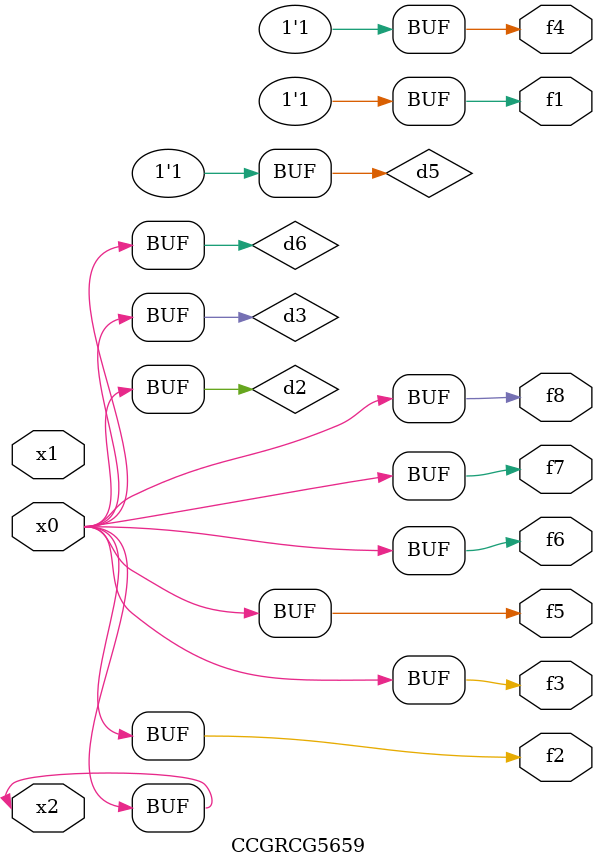
<source format=v>
module CCGRCG5659(
	input x0, x1, x2,
	output f1, f2, f3, f4, f5, f6, f7, f8
);

	wire d1, d2, d3, d4, d5, d6;

	xnor (d1, x2);
	buf (d2, x0, x2);
	and (d3, x0);
	xnor (d4, x1, x2);
	nand (d5, d1, d3);
	buf (d6, d2, d3);
	assign f1 = d5;
	assign f2 = d6;
	assign f3 = d6;
	assign f4 = d5;
	assign f5 = d6;
	assign f6 = d6;
	assign f7 = d6;
	assign f8 = d6;
endmodule

</source>
